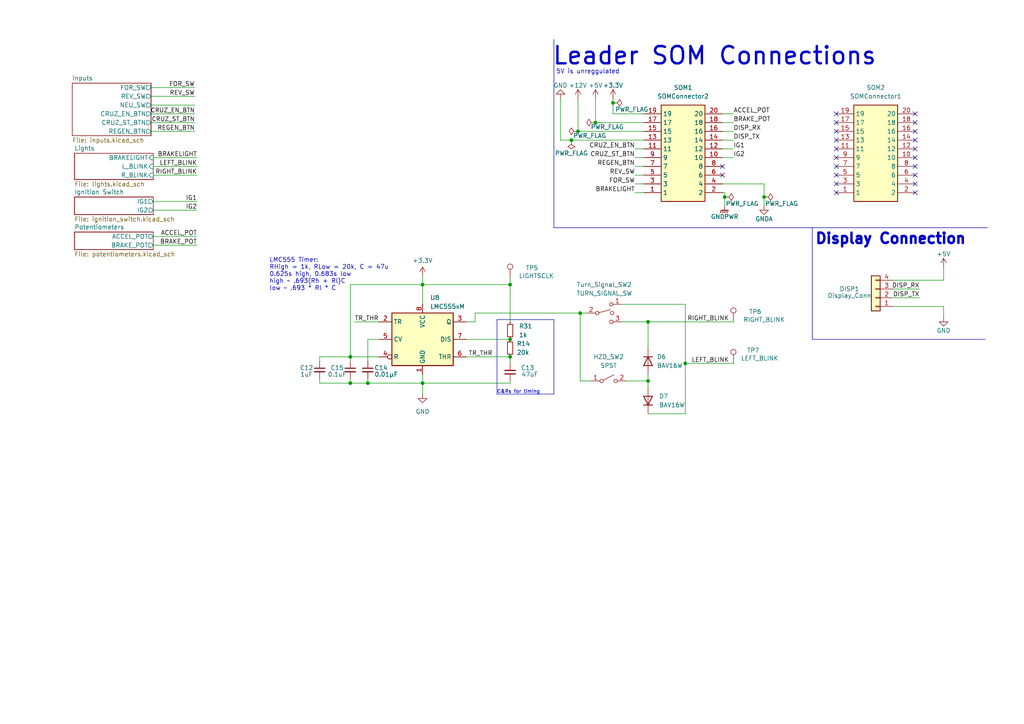
<source format=kicad_sch>
(kicad_sch (version 20230121) (generator eeschema)
  (paper "A4")
  (lib_symbols
    (symbol "+5V_1" (power) (pin_names (offset 0))
      (property "Value" "+5V_1" (at 0 3.556 0))
      (symbol "+5V_1_0_1"
        (polyline (pts (xy -0.762 1.27) (xy 0 2.54)))
        (polyline (pts (xy 0 0) (xy 0 2.54)))
        (polyline (pts (xy 0 2.54) (xy 0.762 1.27)))
      )
      (symbol "+5V_1_1_1"
        (pin power_in line (at 0 0 90) (length 0) hide (name "+5V") (number "1"))
      )
    )
    (symbol "Connector:TestPoint" (pin_numbers hide) (pin_names (offset 0.762) hide)
      (property "Reference" "TP" (at 0 6.858 0))
      (property "Value" "TestPoint" (at 0 5.08 0))
      (symbol "TestPoint_0_1"
        (circle (center 0 3.302) (radius 0.762))
      )
      (symbol "TestPoint_1_1"
        (pin passive line (at 0 0 90) (length 2.54) (name "1") (number "1"))
      )
    )
    (symbol "Connector_Generic:Conn_01x04" (pin_names (offset 1.016) hide)
      (property "Reference" "J" (at 0 5.08 0))
      (property "Value" "Conn_01x04" (at 0 -7.62 0))
      (symbol "Conn_01x04_1_1"
        (rectangle (start -1.27 -4.953) (end 0 -5.207) (stroke (width 0.1524)))
        (rectangle (start -1.27 -2.413) (end 0 -2.667) (stroke (width 0.1524)))
        (rectangle (start -1.27 0.127) (end 0 -0.127) (stroke (width 0.1524)))
        (rectangle (start -1.27 2.667) (end 0 2.413) (stroke (width 0.1524)))
        (rectangle (start -1.27 3.81) (end 1.27 -6.35) (stroke (width 0.254)) (fill (type background)))
        (pin passive line (at -5.08 2.54 0) (length 3.81) (name "Pin_1") (number "1"))
        (pin passive line (at -5.08 0 0) (length 3.81) (name "Pin_2") (number "2"))
        (pin passive line (at -5.08 -2.54 0) (length 3.81) (name "Pin_3") (number "3"))
        (pin passive line (at -5.08 -5.08 0) (length 3.81) (name "Pin_4") (number "4"))
      )
    )
    (symbol "Device:C_Small" (pin_numbers hide) (pin_names (offset 0.254) hide)
      (property "Reference" "C" (at 0.254 1.778 0))
      (property "Value" "C_Small" (at 0.254 -2.032 0))
      (symbol "C_Small_0_1"
        (polyline (pts (xy -1.524 -0.508) (xy 1.524 -0.508)) (stroke (width 0.3302)))
        (polyline (pts (xy -1.524 0.508) (xy 1.524 0.508)) (stroke (width 0.3048)))
      )
      (symbol "C_Small_1_1"
        (pin passive line (at 0 2.54 270) (length 2.032) (name "~") (number "1"))
        (pin passive line (at 0 -2.54 90) (length 2.032) (name "~") (number "2"))
      )
    )
    (symbol "Device:R_Small" (pin_numbers hide) (pin_names (offset 0.254) hide)
      (property "Reference" "R" (at 0.762 0.508 0))
      (property "Value" "R_Small" (at 0.762 -1.016 0))
      (symbol "R_Small_0_1"
        (rectangle (start -0.762 1.778) (end 0.762 -1.778) (stroke (width 0.2032)))
      )
      (symbol "R_Small_1_1"
        (pin passive line (at 0 2.54 270) (length 0.762) (name "~") (number "1"))
        (pin passive line (at 0 -2.54 90) (length 0.762) (name "~") (number "2"))
      )
    )
    (symbol "Diode:BAV16W" (pin_numbers hide) (pin_names (offset 1.016) hide)
      (property "Reference" "D" (at 0 2.54 0))
      (property "Value" "BAV16W" (at 0 -2.54 0))
      (symbol "BAV16W_0_1"
        (polyline (pts (xy -1.27 1.27) (xy -1.27 -1.27)) (stroke (width 0.254)))
        (polyline (pts (xy 1.27 0) (xy -1.27 0)))
        (polyline (pts (xy 1.27 1.27) (xy 1.27 -1.27) (xy -1.27 0) (xy 1.27 1.27)) (stroke (width 0.254)))
      )
      (symbol "BAV16W_1_1"
        (pin passive line (at -3.81 0 0) (length 2.54) (name "K") (number "1"))
        (pin passive line (at 3.81 0 180) (length 2.54) (name "A") (number "2"))
      )
    )
    (symbol "GND_1" (power) (pin_names (offset 0))
      (property "Value" "GND_1" (at 0 -3.81 0))
      (symbol "GND_1_0_1"
        (polyline (pts (xy 0 0) (xy 0 -1.27) (xy 1.27 -1.27) (xy 0 -2.54) (xy -1.27 -1.27) (xy 0 -1.27)))
      )
      (symbol "GND_1_1_1"
        (pin power_in line (at 0 0 270) (length 0) hide (name "GND") (number "1"))
      )
    )
    (symbol "GND_2" (power) (pin_names (offset 0))
      (property "Value" "GND_2" (at 0 -3.81 0))
      (symbol "GND_2_0_1"
        (polyline (pts (xy 0 0) (xy 0 -1.27) (xy 1.27 -1.27) (xy 0 -2.54) (xy -1.27 -1.27) (xy 0 -1.27)))
      )
      (symbol "GND_2_1_1"
        (pin power_in line (at 0 0 270) (length 0) hide (name "GND") (number "1"))
      )
    )
    (symbol "Switch:SW_SPDT_MSM" (pin_names (offset 0) hide)
      (property "Reference" "SW" (at 0 5.08 0))
      (property "Value" "SW_SPDT_MSM" (at 0 -5.08 0))
      (symbol "SW_SPDT_MSM_0_0"
        (circle (center -2.032 0) (radius 0.508))
        (polyline (pts (xy -1.524 0.127) (xy 1.778 1.016)))
        (circle (center 2.032 -2.54) (radius 0.508))
      )
      (symbol "SW_SPDT_MSM_0_1"
        (circle (center 2.032 2.54) (radius 0.508))
        (circle (center 2.286 0) (radius 0.508))
      )
      (symbol "SW_SPDT_MSM_1_1"
        (pin passive line (at 5.08 2.54 180) (length 2.54) (name "1") (number "1"))
        (pin passive line (at -5.08 0 0) (length 2.54) (name "2") (number "2"))
        (pin passive line (at 5.08 -2.54 180) (length 2.54) (name "3") (number "3"))
      )
    )
    (symbol "Switch:SW_SPST" (pin_names (offset 0) hide)
      (property "Reference" "SW" (at 0 3.175 0))
      (property "Value" "SW_SPST" (at 0 -2.54 0))
      (symbol "SW_SPST_0_0"
        (circle (center -2.032 0) (radius 0.508))
        (polyline (pts (xy -1.524 0.254) (xy 1.524 1.778)))
        (circle (center 2.032 0) (radius 0.508))
      )
      (symbol "SW_SPST_1_1"
        (pin passive line (at -5.08 0 0) (length 2.54) (name "A") (number "1"))
        (pin passive line (at 5.08 0 180) (length 2.54) (name "B") (number "2"))
      )
    )
    (symbol "Timer:LMC555xM"
      (property "Reference" "U" (at -10.16 8.89 0))
      (property "Value" "LMC555xM" (at 2.54 8.89 0))
      (symbol "LMC555xM_0_0"
        (pin power_in line (at 0 -10.16 90) (length 2.54) (name "GND") (number "1"))
        (pin power_in line (at 0 10.16 270) (length 2.54) (name "VCC") (number "8"))
      )
      (symbol "LMC555xM_0_1"
        (rectangle (start -8.89 -7.62) (end 8.89 7.62) (stroke (width 0.254)) (fill (type background)))
        (rectangle (start -8.89 -7.62) (end 8.89 7.62) (stroke (width 0.254)) (fill (type background)))
      )
      (symbol "LMC555xM_1_1"
        (pin input line (at -12.7 5.08 0) (length 3.81) (name "TR") (number "2"))
        (pin output line (at 12.7 5.08 180) (length 3.81) (name "Q") (number "3"))
        (pin input inverted (at -12.7 -5.08 0) (length 3.81) (name "R") (number "4"))
        (pin input line (at -12.7 0 0) (length 3.81) (name "CV") (number "5"))
        (pin input line (at 12.7 -5.08 180) (length 3.81) (name "THR") (number "6"))
        (pin input line (at 12.7 0 180) (length 3.81) (name "DIS") (number "7"))
      )
    )
    (symbol "power:+12V" (power) (pin_names (offset 0))
      (property "Value" "+12V" (at 0 3.556 0))
      (symbol "+12V_0_1"
        (polyline (pts (xy -0.762 1.27) (xy 0 2.54)))
        (polyline (pts (xy 0 0) (xy 0 2.54)))
        (polyline (pts (xy 0 2.54) (xy 0.762 1.27)))
      )
      (symbol "+12V_1_1"
        (pin power_in line (at 0 0 90) (length 0) hide (name "+12V") (number "1"))
      )
    )
    (symbol "power:+3.3V" (power) (pin_names (offset 0))
      (property "Value" "+3.3V" (at 0 3.556 0))
      (symbol "+3.3V_0_1"
        (polyline (pts (xy -0.762 1.27) (xy 0 2.54)))
        (polyline (pts (xy 0 0) (xy 0 2.54)))
        (polyline (pts (xy 0 2.54) (xy 0.762 1.27)))
      )
      (symbol "+3.3V_1_1"
        (pin power_in line (at 0 0 90) (length 0) hide (name "+3.3V") (number "1"))
      )
    )
    (symbol "power:GNDA" (power) (pin_names (offset 0))
      (property "Value" "GNDA" (at 0 -3.81 0))
      (symbol "GNDA_0_1"
        (polyline (pts (xy 0 0) (xy 0 -1.27) (xy 1.27 -1.27) (xy 0 -2.54) (xy -1.27 -1.27) (xy 0 -1.27)))
      )
      (symbol "GNDA_1_1"
        (pin power_in line (at 0 0 270) (length 0) hide (name "GNDA") (number "1"))
      )
    )
    (symbol "power:GNDPWR" (power) (pin_names (offset 0))
      (property "Value" "GNDPWR" (at 0 -3.302 0))
      (symbol "GNDPWR_0_1"
        (polyline (pts (xy 0 -1.27) (xy 0 0)))
        (polyline (pts (xy -1.016 -1.27) (xy -1.27 -2.032) (xy -1.27 -2.032)) (stroke (width 0.2032)))
        (polyline (pts (xy -0.508 -1.27) (xy -0.762 -2.032) (xy -0.762 -2.032)) (stroke (width 0.2032)))
        (polyline (pts (xy 0 -1.27) (xy -0.254 -2.032) (xy -0.254 -2.032)) (stroke (width 0.2032)))
        (polyline (pts (xy 0.508 -1.27) (xy 0.254 -2.032) (xy 0.254 -2.032)) (stroke (width 0.2032)))
        (polyline (pts (xy 1.016 -1.27) (xy -1.016 -1.27) (xy -1.016 -1.27)) (stroke (width 0.2032)))
        (polyline (pts (xy 1.016 -1.27) (xy 0.762 -2.032) (xy 0.762 -2.032) (xy 0.762 -2.032)) (stroke (width 0.2032)))
      )
      (symbol "GNDPWR_1_1"
        (pin power_in line (at 0 0 270) (length 0) hide (name "GNDPWR") (number "1"))
      )
    )
    (symbol "power:PWR_FLAG" (power) (pin_numbers hide) (pin_names (offset 0) hide)
      (property "Value" "PWR_FLAG" (at 0 3.81 0))
      (symbol "PWR_FLAG_0_0"
        (pin power_out line (at 0 0 90) (length 0) (name "pwr") (number "1"))
      )
      (symbol "PWR_FLAG_0_1"
        (polyline (pts (xy 0 0) (xy 0 1.27) (xy -1.016 1.905) (xy 0 2.54) (xy 1.016 1.905) (xy 0 1.27)))
      )
    )
    (symbol "utsvt-connectors:SOMConnector"
      (property "Reference" "J" (at 19.05 7.62 0))
      (property "Value" "SOMConnector" (at 19.05 5.08 0))
      (symbol "SOMConnector_1_1"
        (rectangle (start 5.08 2.54) (end 17.78 -25.4) (stroke (width 0.254)) (fill (type background)))
        (pin passive line (at 0 -22.86 0) (length 5.08) (name "1") (number "1"))
        (pin passive line (at 22.86 -12.7 180) (length 5.08) (name "10") (number "10"))
        (pin passive line (at 0 -10.16 0) (length 5.08) (name "11") (number "11"))
        (pin passive line (at 22.86 -10.16 180) (length 5.08) (name "12") (number "12"))
        (pin passive line (at 0 -7.62 0) (length 5.08) (name "13") (number "13"))
        (pin passive line (at 22.86 -7.62 180) (length 5.08) (name "14") (number "14"))
        (pin passive line (at 0 -5.08 0) (length 5.08) (name "15") (number "15"))
        (pin passive line (at 22.86 -5.08 180) (length 5.08) (name "16") (number "16"))
        (pin passive line (at 0 -2.54 0) (length 5.08) (name "17") (number "17"))
        (pin passive line (at 22.86 -2.54 180) (length 5.08) (name "18") (number "18"))
        (pin passive line (at 0 0 0) (length 5.08) (name "19") (number "19"))
        (pin passive line (at 22.86 -22.86 180) (length 5.08) (name "2") (number "2"))
        (pin passive line (at 22.86 0 180) (length 5.08) (name "20") (number "20"))
        (pin passive line (at 0 -20.32 0) (length 5.08) (name "3") (number "3"))
        (pin passive line (at 22.86 -20.32 180) (length 5.08) (name "4") (number "4"))
        (pin passive line (at 0 -17.78 0) (length 5.08) (name "5") (number "5"))
        (pin passive line (at 22.86 -17.78 180) (length 5.08) (name "6") (number "6"))
        (pin passive line (at 0 -15.24 0) (length 5.08) (name "7") (number "7"))
        (pin passive line (at 22.86 -15.24 180) (length 5.08) (name "8") (number "8"))
        (pin passive line (at 0 -12.7 0) (length 5.08) (name "9") (number "9"))
      )
    )
  )
  (junction (at 210.185 57.15))
  (junction (at 198.755 105.41))
  (junction (at 101.6 103.505))
  (junction (at 122.555 111.125))
  (junction (at 167.64 38.1))
  (junction (at 172.72 35.56))
  (junction (at 147.955 82.55))
  (junction (at 187.96 93.345))
  (junction (at 187.96 110.49))
  (junction (at 168.275 90.805))
  (junction (at 106.68 111.125))
  (junction (at 165.735 40.64))
  (junction (at 122.555 82.55))
  (junction (at 177.8 29.845))
  (junction (at 147.955 103.505))
  (junction (at 221.615 57.15))
  (junction (at 101.6 111.125))
  (junction (at 147.955 98.425))
  (no_connect (at 242.57 53.34))
  (no_connect (at 265.43 38.1))
  (no_connect (at 265.43 53.34))
  (no_connect (at 242.57 55.88))
  (no_connect (at 265.43 33.02))
  (no_connect (at 242.57 48.26))
  (no_connect (at 242.57 45.72))
  (no_connect (at 265.43 50.8))
  (no_connect (at 265.43 55.88))
  (no_connect (at 242.57 35.56))
  (no_connect (at 265.43 45.72))
  (no_connect (at 265.43 48.26))
  (no_connect (at 242.57 43.18))
  (no_connect (at 242.57 40.64))
  (no_connect (at 265.43 35.56))
  (no_connect (at 242.57 33.02))
  (no_connect (at 242.57 38.1))
  (no_connect (at 265.43 40.64))
  (no_connect (at 209.55 50.8))
  (no_connect (at 265.43 43.18))
  (no_connect (at 209.55 48.26))
  (no_connect (at 242.57 50.8))
  (polyline (pts (xy 144.145 92.71) (xy 160.655 92.71)))
  (polyline (pts (xy 235.585 66.04) (xy 235.585 98.425)))
  (wire (pts (xy 273.685 81.28) (xy 273.685 77.47)))
  (wire (pts (xy 172.72 28.575) (xy 172.72 35.56)))
  (wire (pts (xy 147.955 103.505) (xy 147.955 105.41)))
  (wire (pts (xy 209.55 35.56) (xy 212.725 35.56)))
  (wire (pts (xy 167.64 38.1) (xy 186.69 38.1)))
  (wire (pts (xy 101.6 109.855) (xy 101.6 111.125)))
  (wire (pts (xy 165.735 40.64) (xy 186.69 40.64)))
  (polyline (pts (xy 144.145 92.71) (xy 144.145 114.3)))
  (wire (pts (xy 44.45 60.96) (xy 57.15 60.96)))
  (wire (pts (xy 177.8 29.845) (xy 177.8 28.575)))
  (wire (pts (xy 102.87 93.345) (xy 109.855 93.345)))
  (wire (pts (xy 43.815 33.02) (xy 56.515 33.02)))
  (wire (pts (xy 210.185 57.15) (xy 210.185 59.69)))
  (wire (pts (xy 106.68 109.855) (xy 106.68 111.125)))
  (wire (pts (xy 273.685 88.9) (xy 273.685 92.075)))
  (polyline (pts (xy 160.655 11.43) (xy 160.655 66.04)))
  (wire (pts (xy 168.275 110.49) (xy 171.45 110.49)))
  (wire (pts (xy 44.45 58.42) (xy 57.15 58.42)))
  (wire (pts (xy 135.255 98.425) (xy 147.955 98.425)))
  (wire (pts (xy 92.71 111.125) (xy 101.6 111.125)))
  (wire (pts (xy 209.55 43.18) (xy 212.725 43.18)))
  (wire (pts (xy 92.71 109.855) (xy 92.71 111.125)))
  (wire (pts (xy 172.72 35.56) (xy 186.69 35.56)))
  (polyline (pts (xy 160.655 66.04) (xy 286.385 66.04)))
  (wire (pts (xy 198.755 88.265) (xy 198.755 105.41)))
  (wire (pts (xy 43.815 38.1) (xy 56.515 38.1)))
  (wire (pts (xy 147.955 82.55) (xy 147.955 93.345)))
  (wire (pts (xy 101.6 82.55) (xy 122.555 82.55)))
  (wire (pts (xy 259.08 86.36) (xy 266.7 86.36)))
  (wire (pts (xy 221.615 53.34) (xy 221.615 57.15)))
  (wire (pts (xy 137.795 93.345) (xy 137.795 90.805)))
  (wire (pts (xy 122.555 111.125) (xy 122.555 114.3)))
  (wire (pts (xy 209.55 38.1) (xy 212.725 38.1)))
  (wire (pts (xy 162.56 40.64) (xy 162.56 28.575)))
  (wire (pts (xy 209.55 53.34) (xy 221.615 53.34)))
  (wire (pts (xy 187.96 110.49) (xy 187.96 112.395)))
  (wire (pts (xy 198.755 120.015) (xy 198.755 105.41)))
  (wire (pts (xy 101.6 111.125) (xy 106.68 111.125)))
  (wire (pts (xy 92.71 103.505) (xy 92.71 104.775)))
  (wire (pts (xy 259.08 83.82) (xy 266.7 83.82)))
  (wire (pts (xy 184.15 55.88) (xy 186.69 55.88)))
  (wire (pts (xy 168.275 90.805) (xy 168.275 110.49)))
  (wire (pts (xy 209.55 33.02) (xy 212.725 33.02)))
  (wire (pts (xy 187.96 93.345) (xy 212.725 93.345)))
  (wire (pts (xy 167.64 28.575) (xy 167.64 38.1)))
  (wire (pts (xy 168.275 90.805) (xy 170.18 90.805)))
  (wire (pts (xy 122.555 80.01) (xy 122.555 82.55)))
  (wire (pts (xy 259.08 81.28) (xy 273.685 81.28)))
  (wire (pts (xy 109.855 98.425) (xy 106.68 98.425)))
  (wire (pts (xy 187.96 108.585) (xy 187.96 110.49)))
  (wire (pts (xy 180.34 93.345) (xy 187.96 93.345)))
  (wire (pts (xy 259.08 88.9) (xy 273.685 88.9)))
  (wire (pts (xy 177.8 33.02) (xy 186.69 33.02)))
  (wire (pts (xy 92.71 103.505) (xy 101.6 103.505)))
  (wire (pts (xy 180.34 88.265) (xy 198.755 88.265)))
  (wire (pts (xy 209.55 40.64) (xy 212.725 40.64)))
  (wire (pts (xy 198.755 105.41) (xy 212.725 105.41)))
  (wire (pts (xy 184.15 53.34) (xy 186.69 53.34)))
  (wire (pts (xy 44.45 68.58) (xy 57.15 68.58)))
  (polyline (pts (xy 160.655 114.3) (xy 144.145 114.3)))
  (wire (pts (xy 184.15 48.26) (xy 186.69 48.26)))
  (wire (pts (xy 147.955 110.49) (xy 147.955 111.125)))
  (wire (pts (xy 122.555 111.125) (xy 147.955 111.125)))
  (wire (pts (xy 101.6 82.55) (xy 101.6 103.505)))
  (wire (pts (xy 147.955 80.645) (xy 147.955 82.55)))
  (wire (pts (xy 122.555 82.55) (xy 147.955 82.55)))
  (wire (pts (xy 221.615 57.15) (xy 221.615 59.69)))
  (wire (pts (xy 209.55 45.72) (xy 212.725 45.72)))
  (wire (pts (xy 187.96 120.015) (xy 198.755 120.015)))
  (wire (pts (xy 184.15 45.72) (xy 186.69 45.72)))
  (wire (pts (xy 43.815 27.94) (xy 56.515 27.94)))
  (wire (pts (xy 181.61 110.49) (xy 187.96 110.49)))
  (wire (pts (xy 106.68 111.125) (xy 122.555 111.125)))
  (wire (pts (xy 122.555 82.55) (xy 122.555 88.265)))
  (wire (pts (xy 135.255 103.505) (xy 147.955 103.505)))
  (wire (pts (xy 122.555 108.585) (xy 122.555 111.125)))
  (wire (pts (xy 137.795 90.805) (xy 168.275 90.805)))
  (polyline (pts (xy 160.655 92.71) (xy 160.655 114.3)))
  (wire (pts (xy 101.6 103.505) (xy 101.6 104.775)))
  (wire (pts (xy 43.815 30.48) (xy 56.515 30.48)))
  (polyline (pts (xy 235.585 98.425) (xy 285.75 98.425)))
  (wire (pts (xy 187.96 100.965) (xy 187.96 93.345)))
  (wire (pts (xy 184.15 50.8) (xy 186.69 50.8)))
  (wire (pts (xy 44.45 45.72) (xy 57.15 45.72)))
  (wire (pts (xy 209.55 55.88) (xy 210.185 55.88)))
  (wire (pts (xy 135.255 93.345) (xy 137.795 93.345)))
  (wire (pts (xy 162.56 40.64) (xy 165.735 40.64)))
  (wire (pts (xy 44.45 48.26) (xy 57.15 48.26)))
  (wire (pts (xy 43.815 35.56) (xy 56.515 35.56)))
  (wire (pts (xy 106.68 98.425) (xy 106.68 104.775)))
  (wire (pts (xy 44.45 50.8) (xy 57.15 50.8)))
  (wire (pts (xy 184.15 43.18) (xy 186.69 43.18)))
  (wire (pts (xy 210.185 55.88) (xy 210.185 57.15)))
  (wire (pts (xy 44.45 71.12) (xy 57.15 71.12)))
  (wire (pts (xy 109.855 103.505) (xy 101.6 103.505)))
  (wire (pts (xy 177.8 33.02) (xy 177.8 29.845)))
  (wire (pts (xy 43.815 25.4) (xy 56.515 25.4)))
  (text "C&Rs for timing" (at 144.145 114.3 0) (effects (font (size 1 1)) (justify left bottom)))
  (text "Leader SOM Connections\n\n" (at 160.02 27.305 0) (effects (font (size 5 5) (thickness 0.7) bold) (justify left bottom)))
  (text "Display Connection\n" (at 236.22 71.12 0) (effects (font (size 3 3) (thickness 0.7) bold) (justify left bottom)))
  (text "LMC555 Timer:\nRHigh = 1k, RLow = 20k, C = 47u\n0.625s high, 0.683s low\nhigh ~ .693(Rh + Rl)C\nlow ~ .693 * Rl * C" (at 78.105 84.455 0) (effects (font (size 1.27 1.27)) (justify left bottom)))
  (text "5V is unreggulated\n" (at 161.29 21.59 0) (effects (font (size 1.27 1.27)) (justify left bottom)))
  (label "REGEN_BTN" (at 56.515 38.1 180))
  (label "FOR_SW" (at 56.515 25.4 180))
  (label "CRUZ_ST_BTN" (at 184.15 45.72 180))
  (label "BRAKELIGHT" (at 57.15 45.72 180))
  (label "LEFT_BLINK" (at 57.15 48.26 180))
  (label "IG2" (at 57.15 60.96 180))
  (label "DISP_RX" (at 266.7 83.82 180))
  (label "LEFT_BLINK" (at 211.455 105.41 180))
  (label "IG2" (at 212.725 45.72 0))
  (label "BRAKE_POT" (at 212.725 35.56 0))
  (label "RIGHT_BLINK" (at 211.455 93.345 180))
  (label "IG1" (at 212.725 43.18 0))
  (label "IG1" (at 57.15 58.42 180))
  (label "CRUZ_EN_BTN" (at 184.15 43.18 180))
  (label "CRUZ_EN_BTN" (at 56.515 33.02 180) (effects (font (size 1.23 1.23))))
  (label "BRAKE_POT" (at 57.15 71.12 180))
  (label "ACCEL_POT" (at 57.15 68.58 180))
  (label "DISP_TX" (at 266.7 86.36 180))
  (label "FOR_SW" (at 184.15 53.34 180))
  (label "DISP_RX" (at 212.725 38.1 0))
  (label "ACCEL_POT" (at 212.725 33.02 0))
  (label "BRAKELIGHT" (at 184.15 55.88 180))
  (label "TR_THR" (at 135.89 103.505 0))
  (label "TR_THR" (at 102.87 93.345 0))
  (label "RIGHT_BLINK" (at 57.15 50.8 180))
  (label "REV_SW" (at 56.515 27.94 180))
  (label "REV_SW" (at 184.15 50.8 180))
  (label "CRUZ_ST_BTN" (at 56.515 35.56 180) (effects (font (size 1.23 1.23))))
  (label "DISP_TX" (at 212.725 40.64 0))
  (label "REGEN_BTN" (at 184.15 48.26 180))
  (symbol (lib_id "Switch:SW_SPST") (at 176.53 110.49 0) (unit 1)
    (property "Reference" "HZD_SW2" (at 176.53 103.505 0))
    (property "Value" "SPST" (at 176.53 106.045 0))
    (property "Footprint" "Connector_Molex:Molex_Micro-Fit_3.0_43650-0215_1x02_P3.00mm_Vertical" (effects hide))
    (property "Datasheet" "https://www.molex.com/content/dam/molex/molex-dot-com/products/automated/en-us/productspecificationpdf/436/43650/PS-43650-001.pdf?inline" (effects hide))
    (property "P/N" "43650-0215" (effects hide))
  )
  (symbol (lib_id "Connector:TestPoint") (at 212.725 105.41 0) (unit 1)
    (property "Reference" "TP7" (at 218.44 101.6 0))
    (property "Value" "LEFT_BLINK" (at 220.345 103.9114 0))
    (property "Footprint" "TestPoint:TestPoint_Pad_1.5x1.5mm" (effects hide))
  )
  (symbol (lib_id "power:PWR_FLAG") (at 167.64 38.1 90) (unit 1)
    (property "Reference" "#FLG03" (effects hide))
    (property "Value" "PWR_FLAG" (at 175.895 39.37 90) (effects (justify left)))
  )
  (symbol (lib_id "Device:C_Small") (at 147.955 107.95 180) (unit 1)
    (property "Reference" "C13" (at 153.035 106.68 0))
    (property "Value" "47uF" (at 153.67 108.585 0))
    (property "Footprint" "Capacitor_SMD:C_0805_2012Metric" (effects hide))
    (property "Mouser Part Number" "81-GRM21BR61A476ME5L" (effects hide))
    (property "P/N" "GRM21BR61A476ME15L" (effects hide))
  )
  (symbol (lib_id "Device:C_Small") (at 92.71 107.315 0) (unit 1)
    (property "Reference" "C12" (at 88.9 106.68 0))
    (property "Value" "1uF" (at 88.9 108.585 0))
    (property "Footprint" "Capacitor_SMD:C_0805_2012Metric" (effects hide))
    (property "P/N" "C0805C105K5PACTU" (effects hide))
    (property "Mouser Part Number" "80-C0805C105K5P" (effects hide))
  )
  (symbol (lib_name "+5V_1") (lib_id "power:+5V") (at 273.685 77.47 0) (unit 1)
    (property "Reference" "#PWR044" (effects hide))
    (property "Value" "+5V" (at 273.685 73.66 0))
  )
  (symbol (lib_id "Connector:TestPoint") (at 212.725 93.345 0) (unit 1)
    (property "Reference" "TP6" (at 219.075 90.3986 0))
    (property "Value" "RIGHT_BLINK" (at 221.615 92.71 0))
    (property "Footprint" "TestPoint:TestPoint_Pad_1.5x1.5mm" (effects hide))
  )
  (symbol (lib_id "power:PWR_FLAG") (at 172.72 35.56 90) (unit 1)
    (property "Reference" "#FLG01" (effects hide))
    (property "Value" "PWR_FLAG" (at 180.975 36.83 90) (effects (justify left)))
  )
  (symbol (lib_id "Switch:SW_SPDT_MSM") (at 175.26 90.805 0) (unit 1)
    (property "Reference" "Turn_Signal_SW2" (at 175.26 82.55 0))
    (property "Value" "TURN_SIGNAL_SW" (at 175.26 85.09 0))
    (property "Footprint" "Connector_Molex:Molex_Micro-Fit_3.0_43650-0315_1x03_P3.00mm_Vertical" (effects hide))
    (property "Datasheet" "https://www.molex.com/content/dam/molex/molex-dot-com/products/automated/en-us/productspecificationpdf/436/43650/PS-43650-001.pdf?inline" (effects hide))
    (property "P/N" "43650-0315" (effects hide))
  )
  (symbol (lib_id "power:PWR_FLAG") (at 210.185 57.15 270) (unit 1)
    (property "Reference" "#FLG05" (effects hide))
    (property "Value" "PWR_FLAG" (at 215.265 59.055 90))
  )
  (symbol (lib_name "+5V_1") (lib_id "power:+5V") (at 172.72 28.575 0) (unit 1)
    (property "Reference" "#PWR012" (effects hide))
    (property "Value" "+5V" (at 172.72 24.765 0))
  )
  (symbol (lib_id "power:GNDA") (at 221.615 59.69 0) (unit 1)
    (property "Reference" "#PWR038" (effects hide))
    (property "Value" "GNDA" (at 221.615 63.5 0))
  )
  (symbol (lib_id "power:+3.3V") (at 122.555 80.01 0) (unit 1)
    (property "Reference" "#PWR010" (effects hide))
    (property "Value" "+3.3V" (at 122.555 75.565 0))
  )
  (symbol (lib_id "power:PWR_FLAG") (at 165.735 40.64 180) (unit 1)
    (property "Reference" "#FLG04" (effects hide))
    (property "Value" "PWR_FLAG" (at 165.735 44.45 0))
  )
  (symbol (lib_id "Diode:BAV16W") (at 187.96 116.205 90) (unit 1)
    (property "Reference" "D7" (at 191.135 114.9349 90) (effects (justify right)))
    (property "Value" "BAV16W" (at 191.135 117.4749 90) (effects (justify right)))
    (property "Footprint" "Diode_SMD:D_SOD-123" (effects hide))
    (property "Datasheet" "https://www.diodes.com/assets/Datasheets/ds30086.pdf" (effects hide))
    (property "P/N" "BAV16W-7-F" (effects hide))
  )
  (symbol (lib_id "Device:R_Small") (at 147.955 100.965 0) (unit 1)
    (property "Reference" "R14" (at 149.86 99.695 0) (effects (justify left)))
    (property "Value" "20k" (at 149.86 102.235 0) (effects (justify left)))
    (property "Footprint" "Resistor_SMD:R_0805_2012Metric" (effects hide))
    (property "Mouser Part Number" "603-RP0805BRD0720KL" (effects hide))
    (property "P/N" "RP0805BRD0720KL" (effects hide))
  )
  (symbol (lib_id "power:PWR_FLAG") (at 221.615 57.15 270) (unit 1)
    (property "Reference" "#FLG06" (effects hide))
    (property "Value" "PWR_FLAG" (at 226.695 59.055 90))
  )
  (symbol (lib_id "power:+3.3V") (at 177.8 28.575 0) (unit 1)
    (property "Reference" "#PWR013" (effects hide))
    (property "Value" "+3.3V" (at 177.8 24.765 0))
  )
  (symbol (lib_name "GND_1") (lib_id "power:GND") (at 162.56 28.575 180) (unit 1)
    (property "Reference" "#PWR043" (effects hide))
    (property "Value" "GND" (at 162.56 24.765 0))
  )
  (symbol (lib_id "utsvt-connectors:SOMConnector") (at 186.69 33.02 0) (unit 1)
    (property "Reference" "SOM1" (at 198.12 25.4 0))
    (property "Value" "SOMConnector2" (at 198.12 27.94 0))
    (property "Footprint" "UTSVT_Connectors:Molex_52465-2070" (effects hide))
    (property "Datasheet" "https://www.molex.com/pdm_docs/sd/524652070_sd.pdf" (effects hide))
    (property "Height" "3.55" (effects hide))
    (property "Mouser Part Number" "538-52465-2070" (effects hide))
    (property "Mouser Price/Stock" "https://www.mouser.co.uk/ProductDetail/Molex/52465-2070?qs=nDwhpid8gJZ7djOe3lh1gA%3D%3D" (effects hide))
    (property "Manufacturer_Name" "Molex" (effects hide))
    (property "Manufacturer_Part_Number" "52465-2070" (effects hide))
    (property "P/N" "52465-2070" (effects hide))
  )
  (symbol (lib_id "Diode:BAV16W") (at 187.96 104.775 270) (unit 1)
    (property "Reference" "D6" (at 190.5 103.5049 90) (effects (justify left)))
    (property "Value" "BAV16W" (at 190.5 106.0449 90) (effects (justify left)))
    (property "Footprint" "Diode_SMD:D_SOD-123" (effects hide))
    (property "Datasheet" "https://www.diodes.com/assets/Datasheets/ds30086.pdf" (effects hide))
    (property "P/N" "BAV16W-7-F" (effects hide))
  )
  (symbol (lib_id "Device:C_Small") (at 101.6 107.315 0) (unit 1)
    (property "Reference" "C15" (at 97.79 106.68 0))
    (property "Value" "0.1uF" (at 97.79 108.585 0))
    (property "Footprint" "Capacitor_SMD:C_0805_2012Metric" (effects hide))
    (property "P/N" "C0805C104M5RACTU" (effects hide))
    (property "Mouser Part Number" "80-C0805C104M5R" (effects hide))
  )
  (symbol (lib_id "Device:C_Small") (at 106.68 107.315 0) (unit 1)
    (property "Reference" "C14" (at 108.585 106.68 0) (effects (justify left)))
    (property "Value" "0.01µF" (at 108.585 108.585 0) (effects (justify left)))
    (property "Footprint" "Capacitor_SMD:C_0805_2012Metric" (effects hide))
    (property "Mouser Part Number" "80-C0805C103J5R" (effects hide))
    (property "P/N" "C0805C103J5RACTU" (effects hide))
  )
  (symbol (lib_id "power:PWR_FLAG") (at 177.8 29.845 270) (unit 1)
    (property "Reference" "#FLG02" (effects hide))
    (property "Value" "PWR_FLAG" (at 178.435 31.75 90) (effects (justify left)))
  )
  (symbol (lib_name "GND_1") (lib_id "power:GND") (at 273.685 92.075 0) (unit 1)
    (property "Reference" "#PWR045" (effects hide))
    (property "Value" "GND" (at 273.685 95.885 0))
  )
  (symbol (lib_name "GND_2") (lib_id "power:GND") (at 122.555 114.3 0) (unit 1)
    (property "Reference" "#PWR046" (effects hide))
    (property "Value" "GND" (at 122.555 119.38 0))
  )
  (symbol (lib_id "utsvt-connectors:SOMConnector") (at 242.57 33.02 0) (unit 1)
    (property "Reference" "SOM2" (at 254 25.4 0))
    (property "Value" "SOMConnector1" (at 254 27.94 0))
    (property "Footprint" "UTSVT_Connectors:Molex_52465-2070" (effects hide))
    (property "Datasheet" "https://www.molex.com/pdm_docs/sd/524652070_sd.pdf" (effects hide))
    (property "Height" "3.55" (effects hide))
    (property "Mouser Part Number" "538-52465-2070" (effects hide))
    (property "Mouser Price/Stock" "https://www.mouser.co.uk/ProductDetail/Molex/52465-2070?qs=nDwhpid8gJZ7djOe3lh1gA%3D%3D" (effects hide))
    (property "Manufacturer_Name" "Molex" (effects hide))
    (property "Manufacturer_Part_Number" "52465-2070" (effects hide))
    (property "P/N" "52465-2070" (effects hide))
  )
  (symbol (lib_id "Connector_Generic:Conn_01x04") (at 254 86.36 180) (unit 1)
    (property "Reference" "DISP1" (at 246.38 83.82 0))
    (property "Value" "Display_Conn" (at 246.38 85.725 0))
    (property "Footprint" "Connector_Molex:Molex_Micro-Fit_3.0_43650-0415_1x04_P3.00mm_Vertical" (effects hide))
    (property "Datasheet" "https://www.molex.com/en-us/products/part-detail/436500415?display=pdf" (effects hide))
    (property "Mouser Part Number" "538-43650-0415" (effects hide))
    (property "P/N" "43650-0415" (effects hide))
  )
  (symbol (lib_id "Timer:LMC555xM") (at 122.555 98.425 0) (unit 1)
    (property "Reference" "U8" (at 124.7491 86.36 0) (effects (justify left)))
    (property "Value" "LMC555xM" (at 124.7491 88.9 0) (effects (justify left)))
    (property "Footprint" "Package_SO:SOIC-8_3.9x4.9mm_P1.27mm" (effects hide))
    (property "Datasheet" "http://www.ti.com/lit/ds/symlink/lmc555.pdf" (effects hide))
  )
  (symbol (lib_id "Connector:TestPoint") (at 147.955 80.645 0) (unit 1)
    (property "Reference" "TP5" (at 154.305 77.6986 0))
    (property "Value" "LIGHTSCLK" (at 155.575 80.01 0))
    (property "Footprint" "TestPoint:TestPoint_Pad_1.5x1.5mm" (effects hide))
  )
  (symbol (lib_id "power:GNDPWR") (at 210.185 59.69 0) (unit 1)
    (property "Reference" "#PWR06" (effects hide))
    (property "Value" "GNDPWR" (at 210.185 62.865 0))
  )
  (symbol (lib_id "Device:R_Small") (at 147.955 95.885 0) (unit 1)
    (property "Reference" "R31" (at 150.495 94.615 0) (effects (justify left)))
    (property "Value" "1k" (at 150.495 97.155 0) (effects (justify left)))
    (property "Footprint" "Resistor_SMD:R_0805_2012Metric" (effects hide))
    (property "Mouser Part Number" "71-CRCW08051K00FKEAC" (effects hide))
    (property "P/N" "CRCW08051K00FKEAC" (effects hide))
  )
  (symbol (lib_id "power:+12V") (at 167.64 28.575 0) (unit 1)
    (property "Reference" "#PWR011" (effects hide))
    (property "Value" "+12V" (at 167.64 24.765 0))
  )
  (sheet (at 21.59 57.15) (size 22.86 5.08) (stroke (width 0.1524))
    (property "Sheetname" "Ignition Switch" (at 21.59 56.4384 0) (effects (justify left bottom)))
    (property "Sheetfile" "ignition_switch.kicad_sch" (at 21.59 62.8146 0) (effects (justify left top)))
    (pin "IG1" output (at 44.45 58.42 0))
    (pin "IG2" output (at 44.45 60.96 0))
  )
  (sheet (at 21.59 67.31) (size 22.86 5.08) (stroke (width 0.1524))
    (property "Sheetname" "Potentiometers" (at 21.59 66.5984 0) (effects (justify left bottom)))
    (property "Sheetfile" "potentiometers.kicad_sch" (at 21.59 72.9746 0) (effects (justify left top)))
    (pin "ACCEL_POT" output (at 44.45 68.58 0))
    (pin "BRAKE_POT" output (at 44.45 71.12 0))
  )
  (sheet (at 20.955 24.13) (size 22.86 15.24) (stroke (width 0.1524))
    (property "Sheetname" "Inputs" (at 20.955 23.4184 0) (effects (justify left bottom)))
    (property "Sheetfile" "inputs.kicad_sch" (at 20.955 39.9546 0) (effects (justify left top)))
    (pin "NEU_SW" output (at 43.815 30.48 0))
    (pin "REV_SW" output (at 43.815 27.94 0))
    (pin "FOR_SW" output (at 43.815 25.4 0))
    (pin "CRUZ_ST_BTN" output (at 43.815 35.56 0))
    (pin "CRUZ_EN_BTN" output (at 43.815 33.02 0))
    (pin "REGEN_BTN" output (at 43.815 38.1 0))
  )
  (sheet (at 21.59 44.45) (size 22.86 7.62) (stroke (width 0.1524))
    (property "Sheetname" "Lights" (at 21.59 43.7384 0) (effects (justify left bottom)))
    (property "Sheetfile" "lights.kicad_sch" (at 21.59 52.6546 0) (effects (justify left top)))
    (pin "BRAKELIGHT" input (at 44.45 45.72 0))
    (pin "L_BLINK" input (at 44.45 48.26 0))
    (pin "R_BLINK" input (at 44.45 50.8 0))
  )
)
</source>
